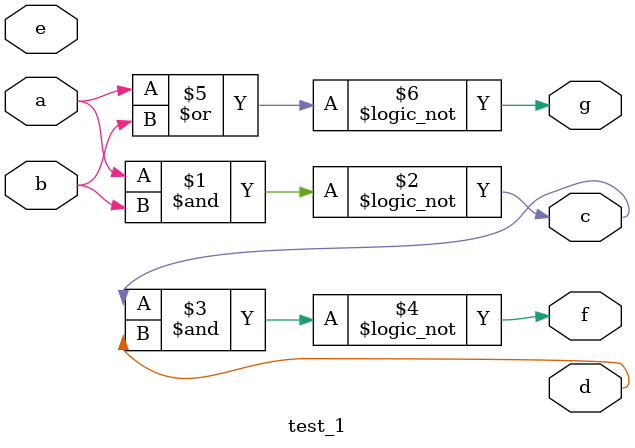
<source format=v>
module test_1 (
    input a, b,
    input e, // not connected
    output c,
    output d, // not connected 1'bx
    output f, // alway 1
    output g
  );

  assign c = !(a & b);
  assign f = !(c & d);
  assign g = !(a | b);

endmodule

</source>
